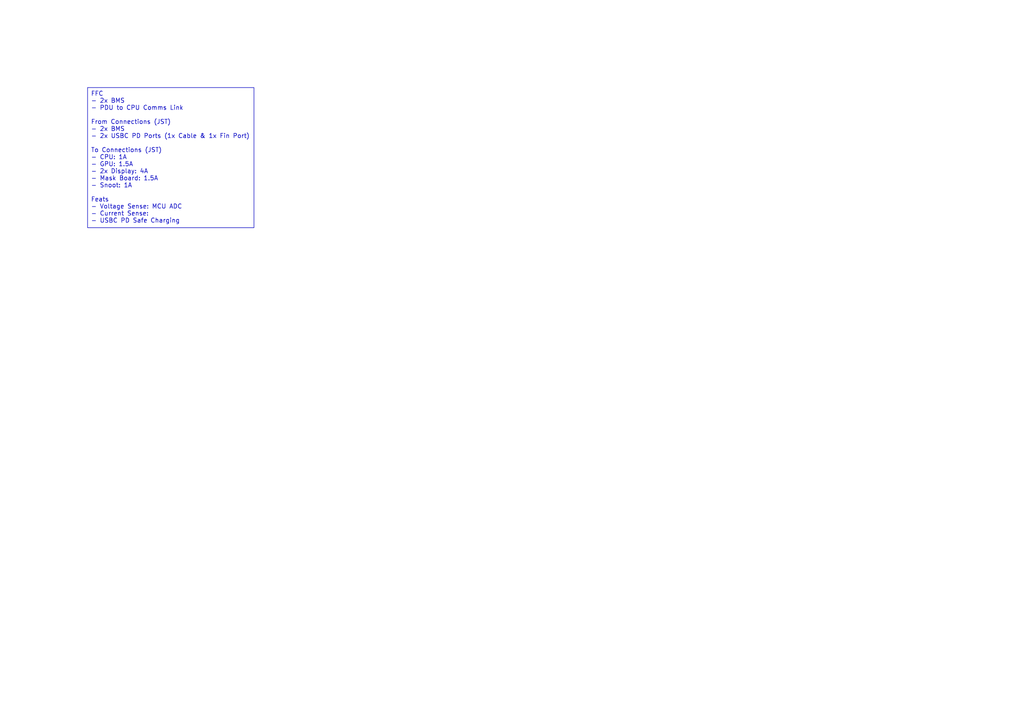
<source format=kicad_sch>
(kicad_sch
	(version 20231120)
	(generator "eeschema")
	(generator_version "8.0")
	(uuid "de40a474-d1c0-49e1-b685-48d303be15f7")
	(paper "A4")
	(lib_symbols)
	(text_box "FFC\n- 2x BMS\n- PDU to CPU Comms Link\n\nFrom Connections (JST)\n- 2x BMS\n- 2x USBC PD Ports (1x Cable & 1x Fin Port)\n\nTo Connections (JST)\n- CPU: 1A\n- GPU: 1.5A\n- 2x Display: 4A\n- Mask Board: 1.5A\n- Snoot: 1A\n\nFeats\n- Voltage Sense: MCU ADC\n- Current Sense: \n- USBC PD Safe Charging"
		(exclude_from_sim no)
		(at 25.4 25.4 0)
		(size 48.26 40.64)
		(stroke
			(width 0)
			(type default)
		)
		(fill
			(type none)
		)
		(effects
			(font
				(size 1.27 1.27)
			)
			(justify left top)
		)
		(uuid "edab3879-8660-4cf1-bc6a-c121e2a9ad56")
	)
	(sheet_instances
		(path "/"
			(page "1")
		)
	)
)

</source>
